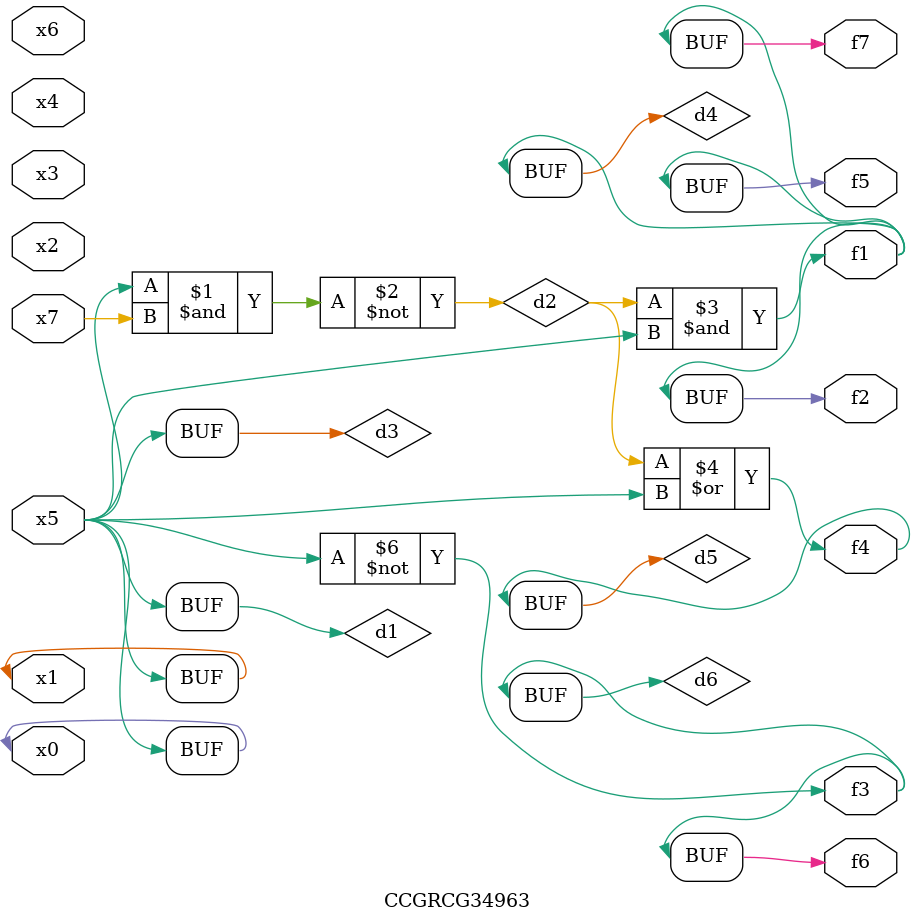
<source format=v>
module CCGRCG34963(
	input x0, x1, x2, x3, x4, x5, x6, x7,
	output f1, f2, f3, f4, f5, f6, f7
);

	wire d1, d2, d3, d4, d5, d6;

	buf (d1, x0, x5);
	nand (d2, x5, x7);
	buf (d3, x0, x1);
	and (d4, d2, d3);
	or (d5, d2, d3);
	nor (d6, d1, d3);
	assign f1 = d4;
	assign f2 = d4;
	assign f3 = d6;
	assign f4 = d5;
	assign f5 = d4;
	assign f6 = d6;
	assign f7 = d4;
endmodule

</source>
